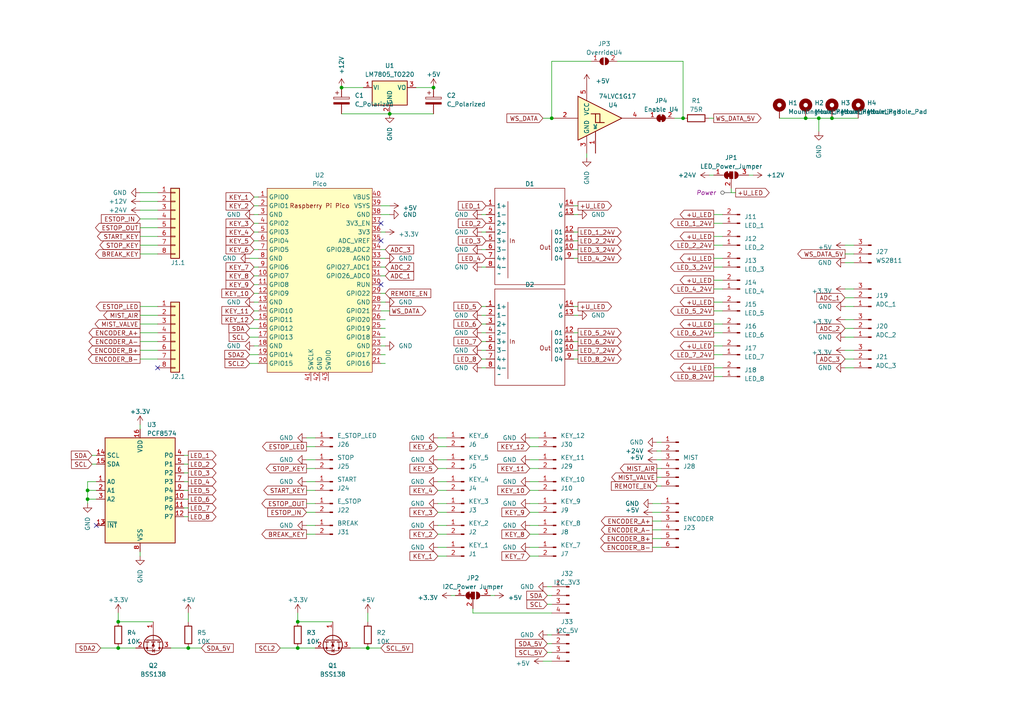
<source format=kicad_sch>
(kicad_sch (version 20230121) (generator eeschema)
  (paper "A4")
  (junction (at 34.29 180.34))
  (junction (at 241.3 34.29))
  (junction (at 160.02 34.29))
  (junction (at 106.68 187.96))
  (junction (at 113.03 33.02))
  (junction (at 233.68 34.29))
  (junction (at 86.36 180.34))
  (junction (at 34.29 187.96))
  (junction (at 99.06 25.4))
  (junction (at 25.4 142.24))
  (junction (at 86.36 187.96))
  (junction (at 125.73 25.4))
  (junction (at 237.49 34.29))
  (junction (at 198.12 34.29))
  (junction (at 25.4 144.78))
  (junction (at 54.61 187.96))
  (no_connect (at 110.49 64.77))
  (no_connect (at 27.94 152.4))
  (no_connect (at 110.49 69.85))
  (no_connect (at 45.72 106.68))
  (no_connect (at 110.49 82.55))
  (wire (pts (xy 212.09 55.88) (xy 212.09 54.61)))
  (wire (pts (xy 40.64 63.5) (xy 45.72 63.5)))
  (wire (pts (xy 245.11 92.71) (xy 247.65 92.71)))
  (wire (pts (xy 53.34 137.16) (xy 54.61 137.16)))
  (wire (pts (xy 26.67 134.62) (xy 27.94 134.62)))
  (wire (pts (xy 190.5 133.35) (xy 191.77 133.35)))
  (wire (pts (xy 137.16 176.53) (xy 137.16 177.8)))
  (wire (pts (xy 142.24 172.72) (xy 143.51 172.72)))
  (wire (pts (xy 158.75 184.15) (xy 160.02 184.15)))
  (wire (pts (xy 40.64 71.12) (xy 45.72 71.12)))
  (wire (pts (xy 158.75 170.18) (xy 160.02 170.18)))
  (wire (pts (xy 88.9 142.24) (xy 91.44 142.24)))
  (wire (pts (xy 153.67 139.7) (xy 156.21 139.7)))
  (wire (pts (xy 40.64 60.96) (xy 45.72 60.96)))
  (wire (pts (xy 158.75 175.26) (xy 160.02 175.26)))
  (wire (pts (xy 207.01 96.52) (xy 209.55 96.52)))
  (wire (pts (xy 40.64 73.66) (xy 45.72 73.66)))
  (wire (pts (xy 72.39 95.25) (xy 74.93 95.25)))
  (wire (pts (xy 139.7 91.44) (xy 140.97 91.44)))
  (wire (pts (xy 127 161.29) (xy 129.54 161.29)))
  (wire (pts (xy 189.23 158.75) (xy 191.77 158.75)))
  (wire (pts (xy 190.5 130.81) (xy 191.77 130.81)))
  (wire (pts (xy 88.9 146.05) (xy 91.44 146.05)))
  (wire (pts (xy 207.01 77.47) (xy 209.55 77.47)))
  (wire (pts (xy 166.37 104.14) (xy 167.64 104.14)))
  (wire (pts (xy 110.49 59.69) (xy 113.03 59.69)))
  (wire (pts (xy 110.49 92.71) (xy 111.76 92.71)))
  (wire (pts (xy 49.53 187.96) (xy 54.61 187.96)))
  (wire (pts (xy 245.11 83.82) (xy 247.65 83.82)))
  (wire (pts (xy 34.29 177.8) (xy 34.29 180.34)))
  (wire (pts (xy 110.49 77.47) (xy 111.76 77.47)))
  (wire (pts (xy 34.29 180.34) (xy 44.45 180.34)))
  (wire (pts (xy 139.7 99.06) (xy 140.97 99.06)))
  (wire (pts (xy 34.29 187.96) (xy 39.37 187.96)))
  (wire (pts (xy 73.66 69.85) (xy 74.93 69.85)))
  (wire (pts (xy 190.5 135.89) (xy 191.77 135.89)))
  (wire (pts (xy 110.49 67.31) (xy 111.76 67.31)))
  (wire (pts (xy 170.18 44.45) (xy 170.18 45.72)))
  (wire (pts (xy 88.9 139.7) (xy 91.44 139.7)))
  (wire (pts (xy 29.21 187.96) (xy 34.29 187.96)))
  (wire (pts (xy 207.01 74.93) (xy 209.55 74.93)))
  (wire (pts (xy 245.11 95.25) (xy 247.65 95.25)))
  (wire (pts (xy 72.39 74.93) (xy 74.93 74.93)))
  (wire (pts (xy 207.01 83.82) (xy 209.55 83.82)))
  (wire (pts (xy 113.03 33.02) (xy 125.73 33.02)))
  (wire (pts (xy 198.12 17.78) (xy 198.12 34.29)))
  (wire (pts (xy 127 142.24) (xy 129.54 142.24)))
  (wire (pts (xy 73.66 90.17) (xy 74.93 90.17)))
  (wire (pts (xy 207.01 87.63) (xy 209.55 87.63)))
  (wire (pts (xy 111.76 100.33) (xy 110.49 100.33)))
  (wire (pts (xy 127 158.75) (xy 129.54 158.75)))
  (wire (pts (xy 73.66 87.63) (xy 74.93 87.63)))
  (wire (pts (xy 189.23 153.67) (xy 191.77 153.67)))
  (wire (pts (xy 54.61 187.96) (xy 58.42 187.96)))
  (wire (pts (xy 99.06 25.4) (xy 105.41 25.4)))
  (wire (pts (xy 245.11 97.79) (xy 247.65 97.79)))
  (wire (pts (xy 73.66 59.69) (xy 74.93 59.69)))
  (wire (pts (xy 40.64 68.58) (xy 45.72 68.58)))
  (wire (pts (xy 166.37 59.69) (xy 167.64 59.69)))
  (wire (pts (xy 26.67 132.08) (xy 27.94 132.08)))
  (wire (pts (xy 139.7 88.9) (xy 140.97 88.9)))
  (wire (pts (xy 195.58 34.29) (xy 198.12 34.29)))
  (wire (pts (xy 110.49 62.23) (xy 113.03 62.23)))
  (wire (pts (xy 40.64 123.19) (xy 40.64 124.46)))
  (wire (pts (xy 153.67 161.29) (xy 156.21 161.29)))
  (wire (pts (xy 88.9 154.94) (xy 91.44 154.94)))
  (wire (pts (xy 99.06 33.02) (xy 113.03 33.02)))
  (wire (pts (xy 25.4 142.24) (xy 27.94 142.24)))
  (wire (pts (xy 157.48 191.77) (xy 160.02 191.77)))
  (wire (pts (xy 53.34 132.08) (xy 54.61 132.08)))
  (wire (pts (xy 241.3 34.29) (xy 248.92 34.29)))
  (wire (pts (xy 40.64 93.98) (xy 45.72 93.98)))
  (wire (pts (xy 73.66 77.47) (xy 74.93 77.47)))
  (wire (pts (xy 73.66 92.71) (xy 74.93 92.71)))
  (wire (pts (xy 40.64 96.52) (xy 45.72 96.52)))
  (wire (pts (xy 110.49 105.41) (xy 111.76 105.41)))
  (wire (pts (xy 207.01 102.87) (xy 209.55 102.87)))
  (wire (pts (xy 127 146.05) (xy 129.54 146.05)))
  (wire (pts (xy 207.01 81.28) (xy 209.55 81.28)))
  (wire (pts (xy 166.37 96.52) (xy 167.64 96.52)))
  (wire (pts (xy 139.7 67.31) (xy 140.97 67.31)))
  (wire (pts (xy 40.64 160.02) (xy 40.64 161.29)))
  (wire (pts (xy 166.37 99.06) (xy 167.64 99.06)))
  (wire (pts (xy 88.9 133.35) (xy 91.44 133.35)))
  (wire (pts (xy 110.49 102.87) (xy 111.76 102.87)))
  (wire (pts (xy 245.11 101.6) (xy 247.65 101.6)))
  (wire (pts (xy 25.4 144.78) (xy 25.4 146.05)))
  (wire (pts (xy 153.67 158.75) (xy 156.21 158.75)))
  (wire (pts (xy 158.75 186.69) (xy 160.02 186.69)))
  (wire (pts (xy 166.37 74.93) (xy 167.64 74.93)))
  (wire (pts (xy 189.23 146.05) (xy 191.77 146.05)))
  (wire (pts (xy 237.49 34.29) (xy 241.3 34.29)))
  (wire (pts (xy 40.64 104.14) (xy 45.72 104.14)))
  (wire (pts (xy 73.66 80.01) (xy 74.93 80.01)))
  (wire (pts (xy 72.39 105.41) (xy 74.93 105.41)))
  (wire (pts (xy 88.9 135.89) (xy 91.44 135.89)))
  (wire (pts (xy 207.01 71.12) (xy 209.55 71.12)))
  (wire (pts (xy 110.49 97.79) (xy 111.76 97.79)))
  (wire (pts (xy 27.94 144.78) (xy 25.4 144.78)))
  (wire (pts (xy 127 133.35) (xy 129.54 133.35)))
  (wire (pts (xy 245.11 104.14) (xy 247.65 104.14)))
  (wire (pts (xy 106.68 187.96) (xy 110.49 187.96)))
  (wire (pts (xy 110.49 85.09) (xy 111.76 85.09)))
  (wire (pts (xy 73.66 57.15) (xy 74.93 57.15)))
  (wire (pts (xy 86.36 177.8) (xy 86.36 180.34)))
  (wire (pts (xy 189.23 156.21) (xy 191.77 156.21)))
  (wire (pts (xy 245.11 106.68) (xy 247.65 106.68)))
  (wire (pts (xy 207.01 106.68) (xy 209.55 106.68)))
  (wire (pts (xy 127 152.4) (xy 129.54 152.4)))
  (wire (pts (xy 72.39 97.79) (xy 74.93 97.79)))
  (wire (pts (xy 127 129.54) (xy 129.54 129.54)))
  (wire (pts (xy 237.49 34.29) (xy 237.49 38.1)))
  (wire (pts (xy 111.76 87.63) (xy 110.49 87.63)))
  (wire (pts (xy 40.64 101.6) (xy 45.72 101.6)))
  (wire (pts (xy 40.64 91.44) (xy 45.72 91.44)))
  (wire (pts (xy 53.34 147.32) (xy 54.61 147.32)))
  (wire (pts (xy 166.37 69.85) (xy 167.64 69.85)))
  (wire (pts (xy 207.01 90.17) (xy 209.55 90.17)))
  (wire (pts (xy 153.67 146.05) (xy 156.21 146.05)))
  (wire (pts (xy 190.5 128.27) (xy 191.77 128.27)))
  (wire (pts (xy 166.37 72.39) (xy 167.64 72.39)))
  (wire (pts (xy 139.7 106.68) (xy 140.97 106.68)))
  (wire (pts (xy 53.34 149.86) (xy 54.61 149.86)))
  (wire (pts (xy 207.01 68.58) (xy 209.55 68.58)))
  (wire (pts (xy 245.11 88.9) (xy 247.65 88.9)))
  (wire (pts (xy 72.39 102.87) (xy 74.93 102.87)))
  (wire (pts (xy 120.65 25.4) (xy 125.73 25.4)))
  (wire (pts (xy 158.75 172.72) (xy 160.02 172.72)))
  (wire (pts (xy 212.09 55.88) (xy 213.36 55.88)))
  (wire (pts (xy 207.01 100.33) (xy 209.55 100.33)))
  (wire (pts (xy 137.16 177.8) (xy 160.02 177.8)))
  (wire (pts (xy 27.94 139.7) (xy 25.4 139.7)))
  (wire (pts (xy 53.34 144.78) (xy 54.61 144.78)))
  (wire (pts (xy 106.68 177.8) (xy 106.68 180.34)))
  (wire (pts (xy 73.66 62.23) (xy 74.93 62.23)))
  (wire (pts (xy 245.11 86.36) (xy 247.65 86.36)))
  (wire (pts (xy 179.07 17.78) (xy 198.12 17.78)))
  (wire (pts (xy 110.49 95.25) (xy 111.76 95.25)))
  (wire (pts (xy 53.34 134.62) (xy 54.61 134.62)))
  (wire (pts (xy 127 139.7) (xy 129.54 139.7)))
  (wire (pts (xy 166.37 91.44) (xy 167.64 91.44)))
  (wire (pts (xy 86.36 180.34) (xy 96.52 180.34)))
  (wire (pts (xy 166.37 88.9) (xy 167.64 88.9)))
  (wire (pts (xy 139.7 104.14) (xy 140.97 104.14)))
  (wire (pts (xy 110.49 80.01) (xy 111.76 80.01)))
  (wire (pts (xy 110.49 72.39) (xy 111.76 72.39)))
  (wire (pts (xy 139.7 72.39) (xy 140.97 72.39)))
  (wire (pts (xy 153.67 154.94) (xy 156.21 154.94)))
  (wire (pts (xy 153.67 142.24) (xy 156.21 142.24)))
  (wire (pts (xy 127 148.59) (xy 129.54 148.59)))
  (wire (pts (xy 40.64 55.88) (xy 45.72 55.88)))
  (wire (pts (xy 139.7 101.6) (xy 140.97 101.6)))
  (wire (pts (xy 153.67 135.89) (xy 156.21 135.89)))
  (wire (pts (xy 25.4 142.24) (xy 25.4 144.78)))
  (wire (pts (xy 40.64 99.06) (xy 45.72 99.06)))
  (wire (pts (xy 245.11 76.2) (xy 247.65 76.2)))
  (wire (pts (xy 101.6 187.96) (xy 106.68 187.96)))
  (wire (pts (xy 73.66 72.39) (xy 74.93 72.39)))
  (wire (pts (xy 245.11 71.12) (xy 247.65 71.12)))
  (wire (pts (xy 73.66 85.09) (xy 74.93 85.09)))
  (wire (pts (xy 86.36 187.96) (xy 91.44 187.96)))
  (wire (pts (xy 207.01 64.77) (xy 209.55 64.77)))
  (wire (pts (xy 158.75 189.23) (xy 160.02 189.23)))
  (wire (pts (xy 245.11 73.66) (xy 247.65 73.66)))
  (wire (pts (xy 190.5 140.97) (xy 191.77 140.97)))
  (wire (pts (xy 153.67 129.54) (xy 156.21 129.54)))
  (wire (pts (xy 153.67 127) (xy 156.21 127)))
  (wire (pts (xy 205.74 50.8) (xy 207.01 50.8)))
  (wire (pts (xy 110.49 90.17) (xy 113.03 90.17)))
  (wire (pts (xy 153.67 152.4) (xy 156.21 152.4)))
  (wire (pts (xy 207.01 109.22) (xy 209.55 109.22)))
  (wire (pts (xy 166.37 67.31) (xy 167.64 67.31)))
  (wire (pts (xy 153.67 133.35) (xy 156.21 133.35)))
  (wire (pts (xy 217.17 50.8) (xy 218.44 50.8)))
  (wire (pts (xy 139.7 93.98) (xy 140.97 93.98)))
  (wire (pts (xy 73.66 82.55) (xy 74.93 82.55)))
  (wire (pts (xy 73.66 100.33) (xy 74.93 100.33)))
  (wire (pts (xy 73.66 67.31) (xy 74.93 67.31)))
  (wire (pts (xy 40.64 58.42) (xy 45.72 58.42)))
  (wire (pts (xy 130.81 172.72) (xy 132.08 172.72)))
  (wire (pts (xy 54.61 177.8) (xy 54.61 180.34)))
  (wire (pts (xy 81.28 187.96) (xy 86.36 187.96)))
  (wire (pts (xy 127 127) (xy 129.54 127)))
  (wire (pts (xy 189.23 148.59) (xy 191.77 148.59)))
  (wire (pts (xy 25.4 139.7) (xy 25.4 142.24)))
  (wire (pts (xy 153.67 148.59) (xy 156.21 148.59)))
  (wire (pts (xy 111.76 74.93) (xy 110.49 74.93)))
  (wire (pts (xy 139.7 96.52) (xy 140.97 96.52)))
  (wire (pts (xy 166.37 101.6) (xy 167.64 101.6)))
  (wire (pts (xy 40.64 88.9) (xy 45.72 88.9)))
  (wire (pts (xy 190.5 138.43) (xy 191.77 138.43)))
  (wire (pts (xy 160.02 17.78) (xy 160.02 34.29)))
  (wire (pts (xy 88.9 148.59) (xy 91.44 148.59)))
  (wire (pts (xy 88.9 127) (xy 91.44 127)))
  (wire (pts (xy 53.34 139.7) (xy 54.61 139.7)))
  (wire (pts (xy 73.66 64.77) (xy 74.93 64.77)))
  (wire (pts (xy 157.48 34.29) (xy 160.02 34.29)))
  (wire (pts (xy 88.9 152.4) (xy 91.44 152.4)))
  (wire (pts (xy 139.7 62.23) (xy 140.97 62.23)))
  (wire (pts (xy 166.37 62.23) (xy 167.64 62.23)))
  (wire (pts (xy 205.74 34.29) (xy 207.01 34.29)))
  (wire (pts (xy 127 154.94) (xy 129.54 154.94)))
  (wire (pts (xy 189.23 151.13) (xy 191.77 151.13)))
  (wire (pts (xy 207.01 62.23) (xy 209.55 62.23)))
  (wire (pts (xy 207.01 93.98) (xy 209.55 93.98)))
  (wire (pts (xy 226.06 34.29) (xy 233.68 34.29)))
  (wire (pts (xy 233.68 34.29) (xy 237.49 34.29)))
  (wire (pts (xy 140.97 77.47) (xy 139.7 77.47)))
  (wire (pts (xy 40.64 66.04) (xy 45.72 66.04)))
  (wire (pts (xy 127 135.89) (xy 129.54 135.89)))
  (wire (pts (xy 171.45 17.78) (xy 160.02 17.78)))
  (wire (pts (xy 53.34 142.24) (xy 54.61 142.24)))
  (wire (pts (xy 88.9 129.54) (xy 91.44 129.54)))
  (global_label "LED_1_24V" (shape output) (at 207.01 64.77 180) (property "Intersheetrefs" "${INTERSHEET_REFS}" (effects hide)))
  (global_label "SCL" (shape input) (at 26.67 134.62 180) (property "Intersheetrefs" "${INTERSHEET_REFS}" (effects hide)))
  (global_label "+U_LED" (shape output) (at 207.01 100.33 180) (property "Intersheetrefs" "${INTERSHEET_REFS}" (effects hide)))
  (global_label "KEY_6" (shape input) (at 73.66 72.39 180) (property "Intersheetrefs" "${INTERSHEET_REFS}" (effects hide)))
  (global_label "LED_2_24V" (shape output) (at 207.01 71.12 180) (property "Intersheetrefs" "${INTERSHEET_REFS}" (effects hide)))
  (global_label "ENCODER_A+" (shape output) (at 40.64 96.52 180) (property "Intersheetrefs" "${INTERSHEET_REFS}" (effects hide)))
  (global_label "LED_2" (shape input) (at 140.97 64.77 180) (property "Intersheetrefs" "${INTERSHEET_REFS}" (effects hide)))
  (global_label "+U_LED" (shape output) (at 207.01 87.63 180) (property "Intersheetrefs" "${INTERSHEET_REFS}" (effects hide)))
  (global_label "LED_5_24V" (shape output) (at 207.01 90.17 180) (property "Intersheetrefs" "${INTERSHEET_REFS}" (effects hide)))
  (global_label "KEY_2" (shape input) (at 73.66 59.69 180) (property "Intersheetrefs" "${INTERSHEET_REFS}" (effects hide)))
  (global_label "KEY_1" (shape input) (at 73.66 57.15 180) (property "Intersheetrefs" "${INTERSHEET_REFS}" (effects hide)))
  (global_label "+U_LED" (shape output) (at 207.01 74.93 180) (property "Intersheetrefs" "${INTERSHEET_REFS}" (effects hide)))
  (global_label "LED_8" (shape input) (at 139.7 104.14 180) (property "Intersheetrefs" "${INTERSHEET_REFS}" (effects hide)))
  (global_label "WS_DATA" (shape input) (at 157.48 34.29 180) (property "Intersheetrefs" "${INTERSHEET_REFS}" (effects hide)))
  (global_label "LED_4_24V" (shape output) (at 167.64 74.93 0) (property "Intersheetrefs" "${INTERSHEET_REFS}" (effects hide)))
  (global_label "KEY_11" (shape input) (at 73.66 90.17 180) (property "Intersheetrefs" "${INTERSHEET_REFS}" (effects hide)))
  (global_label "ENCODER_A-" (shape output) (at 189.23 153.67 180) (property "Intersheetrefs" "${INTERSHEET_REFS}" (effects hide)))
  (global_label "KEY_12" (shape input) (at 153.67 129.54 180) (property "Intersheetrefs" "${INTERSHEET_REFS}" (effects hide)))
  (global_label "KEY_4" (shape input) (at 127 142.24 180) (property "Intersheetrefs" "${INTERSHEET_REFS}" (effects hide)))
  (global_label "ENCODER_B+" (shape output) (at 40.64 101.6 180) (property "Intersheetrefs" "${INTERSHEET_REFS}" (effects hide)))
  (global_label "SDA2" (shape input) (at 72.39 102.87 180) (property "Intersheetrefs" "${INTERSHEET_REFS}" (effects hide)))
  (global_label "MIST_VALVE" (shape output) (at 190.5 138.43 180) (property "Intersheetrefs" "${INTERSHEET_REFS}" (effects hide)))
  (global_label "LED_4" (shape output) (at 54.61 139.7 0) (property "Intersheetrefs" "${INTERSHEET_REFS}" (effects hide)))
  (global_label "LED_1_24V" (shape output) (at 167.64 67.31 0) (property "Intersheetrefs" "${INTERSHEET_REFS}" (effects hide)))
  (global_label "+U_LED" (shape output) (at 207.01 62.23 180) (property "Intersheetrefs" "${INTERSHEET_REFS}" (effects hide)))
  (global_label "KEY_12" (shape input) (at 73.66 92.71 180) (property "Intersheetrefs" "${INTERSHEET_REFS}" (effects hide)))
  (global_label "+U_LED" (shape output) (at 207.01 81.28 180) (property "Intersheetrefs" "${INTERSHEET_REFS}" (effects hide)))
  (global_label "KEY_10" (shape input) (at 153.67 142.24 180) (property "Intersheetrefs" "${INTERSHEET_REFS}" (effects hide)))
  (global_label "KEY_7" (shape input) (at 73.66 77.47 180) (property "Intersheetrefs" "${INTERSHEET_REFS}" (effects hide)))
  (global_label "SCL2" (shape input) (at 81.28 187.96 180) (property "Intersheetrefs" "${INTERSHEET_REFS}" (effects hide)))
  (global_label "ESTOP_IN" (shape input) (at 88.9 148.59 180) (property "Intersheetrefs" "${INTERSHEET_REFS}" (effects hide)))
  (global_label "ADC_2" (shape input) (at 111.76 77.47 0) (property "Intersheetrefs" "${INTERSHEET_REFS}" (effects hide)))
  (global_label "LED_7" (shape input) (at 139.7 99.06 180) (property "Intersheetrefs" "${INTERSHEET_REFS}" (effects hide)))
  (global_label "REMOTE_EN" (shape input) (at 190.5 140.97 180) (property "Intersheetrefs" "${INTERSHEET_REFS}" (effects hide)))
  (global_label "SCL_5V" (shape input) (at 158.75 189.23 180) (property "Intersheetrefs" "${INTERSHEET_REFS}" (effects hide)))
  (global_label "STOP_KEY" (shape output) (at 40.64 71.12 180) (property "Intersheetrefs" "${INTERSHEET_REFS}" (effects hide)))
  (global_label "ADC_2" (shape input) (at 245.11 95.25 180) (property "Intersheetrefs" "${INTERSHEET_REFS}" (effects hide)))
  (global_label "LED_8_24V" (shape output) (at 167.64 104.14 0) (property "Intersheetrefs" "${INTERSHEET_REFS}" (effects hide)))
  (global_label "LED_5" (shape input) (at 139.7 88.9 180) (property "Intersheetrefs" "${INTERSHEET_REFS}" (effects hide)))
  (global_label "LED_4_24V" (shape output) (at 207.01 83.82 180) (property "Intersheetrefs" "${INTERSHEET_REFS}" (effects hide)))
  (global_label "LED_7_24V" (shape output) (at 207.01 102.87 180) (property "Intersheetrefs" "${INTERSHEET_REFS}" (effects hide)))
  (global_label "KEY_3" (shape input) (at 127 148.59 180) (property "Intersheetrefs" "${INTERSHEET_REFS}" (effects hide)))
  (global_label "SCL" (shape input) (at 72.39 97.79 180) (property "Intersheetrefs" "${INTERSHEET_REFS}" (effects hide)))
  (global_label "START_KEY" (shape output) (at 88.9 142.24 180) (property "Intersheetrefs" "${INTERSHEET_REFS}" (effects hide)))
  (global_label "WS_DATA_5V" (shape output) (at 245.11 73.66 180) (property "Intersheetrefs" "${INTERSHEET_REFS}" (effects hide)))
  (global_label "LED_3" (shape output) (at 54.61 137.16 0) (property "Intersheetrefs" "${INTERSHEET_REFS}" (effects hide)))
  (global_label "MIST_AIR" (shape output) (at 190.5 135.89 180) (property "Intersheetrefs" "${INTERSHEET_REFS}" (effects hide)))
  (global_label "SDA" (shape input) (at 158.75 172.72 180) (property "Intersheetrefs" "${INTERSHEET_REFS}" (effects hide)))
  (global_label "KEY_3" (shape input) (at 73.66 64.77 180) (property "Intersheetrefs" "${INTERSHEET_REFS}" (effects hide)))
  (global_label "LED_8_24V" (shape output) (at 207.01 109.22 180) (property "Intersheetrefs" "${INTERSHEET_REFS}" (effects hide)))
  (global_label "KEY_1" (shape input) (at 127 161.29 180) (property "Intersheetrefs" "${INTERSHEET_REFS}" (effects hide)))
  (global_label "WS_DATA_5V" (shape output) (at 207.01 34.29 0) (property "Intersheetrefs" "${INTERSHEET_REFS}" (effects hide)))
  (global_label "SDA2" (shape input) (at 29.21 187.96 180) (property "Intersheetrefs" "${INTERSHEET_REFS}" (effects hide)))
  (global_label "LED_7" (shape output) (at 54.61 147.32 0) (property "Intersheetrefs" "${INTERSHEET_REFS}" (effects hide)))
  (global_label "ADC_1" (shape input) (at 111.76 80.01 0) (property "Intersheetrefs" "${INTERSHEET_REFS}" (effects hide)))
  (global_label "SCL" (shape input) (at 158.75 175.26 180) (property "Intersheetrefs" "${INTERSHEET_REFS}" (effects hide)))
  (global_label "SDA_5V" (shape input) (at 58.42 187.96 0) (property "Intersheetrefs" "${INTERSHEET_REFS}" (effects hide)))
  (global_label "ESTOP_LED" (shape output) (at 40.64 88.9 180) (property "Intersheetrefs" "${INTERSHEET_REFS}" (effects hide)))
  (global_label "LED_3" (shape input) (at 140.97 69.85 180) (property "Intersheetrefs" "${INTERSHEET_REFS}" (effects hide)))
  (global_label "STOP_KEY" (shape output) (at 88.9 135.89 180) (property "Intersheetrefs" "${INTERSHEET_REFS}" (effects hide)))
  (global_label "BREAK_KEY" (shape output) (at 40.64 73.66 180) (property "Intersheetrefs" "${INTERSHEET_REFS}" (effects hide)))
  (global_label "ENCODER_A+" (shape output) (at 189.23 151.13 180) (property "Intersheetrefs" "${INTERSHEET_REFS}" (effects hide)))
  (global_label "ADC_3" (shape input) (at 245.11 104.14 180) (property "Intersheetrefs" "${INTERSHEET_REFS}" (effects hide)))
  (global_label "LED_8" (shape output) (at 54.61 149.86 0) (property "Intersheetrefs" "${INTERSHEET_REFS}" (effects hide)))
  (global_label "SCL2" (shape input) (at 72.39 105.41 180) (property "Intersheetrefs" "${INTERSHEET_REFS}" (effects hide)))
  (global_label "ESTOP_OUT" (shape output) (at 88.9 146.05 180) (property "Intersheetrefs" "${INTERSHEET_REFS}" (effects hide)))
  (global_label "LED_6_24V" (shape output) (at 207.01 96.52 180) (property "Intersheetrefs" "${INTERSHEET_REFS}" (effects hide)))
  (global_label "LED_5" (shape output) (at 54.61 142.24 0) (property "Intersheetrefs" "${INTERSHEET_REFS}" (effects hide)))
  (global_label "LED_3_24V" (shape output) (at 207.01 77.47 180) (property "Intersheetrefs" "${INTERSHEET_REFS}" (effects hide)))
  (global_label "MIST_VALVE" (shape output) (at 40.64 93.98 180) (property "Intersheetrefs" "${INTERSHEET_REFS}" (effects hide)))
  (global_label "+U_LED" (shape output) (at 167.64 88.9 0) (property "Intersheetrefs" "${INTERSHEET_REFS}" (effects hide)))
  (global_label "MIST_AIR" (shape output) (at 40.64 91.44 180) (property "Intersheetrefs" "${INTERSHEET_REFS}" (effects hide)))
  (global_label "KEY_10" (shape input) (at 73.66 85.09 180) (property "Intersheetrefs" "${INTERSHEET_REFS}" (effects hide)))
  (global_label "WS_DATA" (shape output) (at 113.03 90.17 0) (property "Intersheetrefs" "${INTERSHEET_REFS}" (effects hide)))
  (global_label "KEY_9" (shape input) (at 73.66 82.55 180) (property "Intersheetrefs" "${INTERSHEET_REFS}" (effects hide)))
  (global_label "LED_1" (shape output) (at 54.61 132.08 0) (property "Intersheetrefs" "${INTERSHEET_REFS}" (effects hide)))
  (global_label "SCL_5V" (shape input) (at 110.49 187.96 0) (property "Intersheetrefs" "${INTERSHEET_REFS}" (effects hide)))
  (global_label "LED_2_24V" (shape output) (at 167.64 69.85 0) (property "Intersheetrefs" "${INTERSHEET_REFS}" (effects hide)))
  (global_label "ENCODER_B+" (shape output) (at 189.23 156.21 180) (property "Intersheetrefs" "${INTERSHEET_REFS}" (effects hide)))
  (global_label "LED_2" (shape output) (at 54.61 134.62 0) (property "Intersheetrefs" "${INTERSHEET_REFS}" (effects hide)))
  (global_label "LED_5_24V" (shape output) (at 167.64 96.52 0) (property "Intersheetrefs" "${INTERSHEET_REFS}" (effects hide)))
  (global_label "BREAK_KEY" (shape output) (at 88.9 154.94 180) (property "Intersheetrefs" "${INTERSHEET_REFS}" (effects hide)))
  (global_label "LED_6" (shape output) (at 54.61 144.78 0) (property "Intersheetrefs" "${INTERSHEET_REFS}" (effects hide)))
  (global_label "+U_LED" (shape output) (at 207.01 93.98 180) (property "Intersheetrefs" "${INTERSHEET_REFS}" (effects hide)))
  (global_label "LED_3_24V" (shape output) (at 167.64 72.39 0) (property "Intersheetrefs" "${INTERSHEET_REFS}" (effects hide)))
  (global_label "SDA_5V" (shape input) (at 158.75 186.69 180) (property "Intersheetrefs" "${INTERSHEET_REFS}" (effects hide)))
  (global_label "KEY_6" (shape input) (at 127 129.54 180) (property "Intersheetrefs" "${INTERSHEET_REFS}" (effects hide)))
  (global_label "ENCODER_B-" (shape output) (at 40.64 104.14 180) (property "Intersheetrefs" "${INTERSHEET_REFS}" (effects hide)))
  (global_label "LED_6" (shape input) (at 139.7 93.98 180) (property "Intersheetrefs" "${INTERSHEET_REFS}" (effects hide)))
  (global_label "+U_LED" (shape output) (at 207.01 68.58 180) (property "Intersheetrefs" "${INTERSHEET_REFS}" (effects hide)))
  (global_label "ENCODER_A-" (shape output) (at 40.64 99.06 180) (property "Intersheetrefs" "${INTERSHEET_REFS}" (effects hide)))
  (global_label "ADC_3" (shape input) (at 111.76 72.39 0) (property "Intersheetrefs" "${INTERSHEET_REFS}" (effects hide)))
  (global_label "+U_LED" (shape output) (at 207.01 106.68 180) (property "Intersheetrefs" "${INTERSHEET_REFS}" (effects hide)))
  (global_label "KEY_5" (shape input) (at 127 135.89 180) (property "Intersheetrefs" "${INTERSHEET_REFS}" (effects hide)))
  (global_label "KEY_11" (shape input) (at 153.67 135.89 180) (property "Intersheetrefs" "${INTERSHEET_REFS}" (effects hide)))
  (global_label "LED_1" (shape input) (at 140.97 59.69 180) (property "Intersheetrefs" "${INTERSHEET_REFS}" (effects hide)))
  (global_label "+U_LED" (shape output) (at 213.36 55.88 0) (property "Intersheetrefs" "${INTERSHEET_REFS}" (effects hide)))
  (global_label "ENCODER_B-" (shape output) (at 189.23 158.75 180) (property "Intersheetrefs" "${INTERSHEET_REFS}" (effects hide)))
  (global_label "LED_6_24V" (shape output) (at 167.64 99.06 0) (property "Intersheetrefs" "${INTERSHEET_REFS}" (effects hide)))
  (global_label "ADC_1" (shape input) (at 245.11 86.36 180) (property "Intersheetrefs" "${INTERSHEET_REFS}" (effects hide)))
  (global_label "LED_7_24V" (shape output) (at 167.64 101.6 0) (property "Intersheetrefs" "${INTERSHEET_REFS}" (effects hide)))
  (global_label "REMOTE_EN" (shape input) (at 111.76 85.09 0) (property "Intersheetrefs" "${INTERSHEET_REFS}" (effects hide)))
  (global_label "KEY_8" (shape input) (at 73.66 80.01 180) (property "Intersheetrefs" "${INTERSHEET_REFS}" (effects hide)))
  (global_label "KEY_4" (shape input) (at 73.66 67.31 180) (property "Intersheetrefs" "${INTERSHEET_REFS}" (effects hide)))
  (global_label "KEY_7" (shape input) (at 153.67 161.29 180) (property "Intersheetrefs" "${INTERSHEET_REFS}" (effects hide)))
  (global_label "ESTOP_LED" (shape output) (at 88.9 129.54 180) (property "Intersheetrefs" "${INTERSHEET_REFS}" (effects hide)))
  (global_label "KEY_8" (shape input) (at 153.67 154.94 180) (property "Intersheetrefs" "${INTERSHEET_REFS}" (effects hide)))
  (global_label "ESTOP_OUT" (shape output) (at 40.64 66.04 180) (property "Intersheetrefs" "${INTERSHEET_REFS}" (effects hide)))
  (global_label "ESTOP_IN" (shape input) (at 40.64 63.5 180) (property "Intersheetrefs" "${INTERSHEET_REFS}" (effects hide)))
  (global_label "KEY_5" (shape input) (at 73.66 69.85 180) (property "Intersheetrefs" "${INTERSHEET_REFS}" (effects hide)))
  (global_label "LED_4" (shape input) (at 140.97 74.93 180) (property "Intersheetrefs" "${INTERSHEET_REFS}" (effects hide)))
  (global_label "+U_LED" (shape output) (at 167.64 59.69 0) (property "Intersheetrefs" "${INTERSHEET_REFS}" (effects hide)))
  (global_label "KEY_2" (shape input) (at 127 154.94 180) (property "Intersheetrefs" "${INTERSHEET_REFS}" (effects hide)))
  (global_label "SDA" (shape input) (at 72.39 95.25 180) (property "Intersheetrefs" "${INTERSHEET_REFS}" (effects hide)))
  (global_label "START_KEY" (shape output) (at 40.64 68.58 180) (property "Intersheetrefs" "${INTERSHEET_REFS}" (effects hide)))
  (global_label "SDA" (shape input) (at 26.67 132.08 180) (property "Intersheetrefs" "${INTERSHEET_REFS}" (effects hide)))
  (global_label "KEY_9" (shape input) (at 153.67 148.59 180) (property "Intersheetrefs" "${INTERSHEET_REFS}" (effects hide)))
  (netclass_flag "" (length 2.54) (shape round) (at 212.09 55.88 90) (property "Netclass" "Power" (at 201.93 55.88 0) (effects (font italic) (justify left))))
  (symbol (lib_id "Device:R") (at 201.93 34.29 90) (unit 1)
    (property "Reference" "R1" (at 201.93 29.21 90))
    (property "Value" "75R" (at 201.93 31.75 90))
    (property "Footprint" "Resistor_SMD:R_0805_2012Metric_Pad1.20x1.40mm_HandSolder" (effects hide))
  )
  (symbol (lib_id "power:GND") (at 139.7 67.31 270) (unit 1)
    (property "Reference" "#PWR057" (effects hide))
    (property "Value" "GND" (at 135.89 67.31 90) (effects (justify right)))
  )
  (symbol (lib_id "power:+5V") (at 125.73 25.4 0) (unit 1)
    (property "Reference" "#PWR024" (effects hide))
    (property "Value" "+5V" (at 125.73 21.59 0))
  )
  (symbol (lib_id "power:GND") (at 88.9 152.4 270) (mirror x) (unit 1)
    (property "Reference" "#PWR047" (effects hide))
    (property "Value" "GND" (at 85.09 152.4 90) (effects (justify right)))
  )
  (symbol (lib_id "power:GND") (at 153.67 127 270) (mirror x) (unit 1)
    (property "Reference" "#PWR041" (effects hide))
    (property "Value" "GND" (at 149.86 127 90) (effects (justify right)))
  )
  (symbol (lib_id "power:GND") (at 153.67 158.75 270) (mirror x) (unit 1)
    (property "Reference" "#PWR011" (effects hide))
    (property "Value" "GND" (at 149.86 158.75 90) (effects (justify right)))
  )
  (symbol (lib_id "Connector:Conn_01x02_Pin") (at 134.62 146.05 0) (mirror y) (unit 1)
    (property "Reference" "J3" (at 135.89 147.955 0) (effects (justify right)))
    (property "Value" "KEY_3" (at 135.89 145.415 0) (effects (justify right)))
    (property "Footprint" "Connector_JST:JST_XH_B2B-XH-A_1x02_P2.50mm_Vertical" (effects hide))
  )
  (symbol (lib_id "power:+5V") (at 54.61 177.8 0) (unit 1)
    (property "Reference" "#PWR077" (effects hide))
    (property "Value" "+5V" (at 54.61 173.99 0))
  )
  (symbol (lib_id "power:GND") (at 127 133.35 270) (mirror x) (unit 1)
    (property "Reference" "#PWR09" (effects hide))
    (property "Value" "GND" (at 123.19 133.35 90) (effects (justify right)))
  )
  (symbol (lib_id "Connector_Generic:Conn_01x08") (at 50.8 63.5 0) (unit 1)
    (property "Reference" "J1.1" (at 49.53 76.2 0) (effects (justify left)))
    (property "Value" "Conn_01x08" (effects hide))
    (property "Footprint" "TerminalBlock_WAGO:TerminalBlock_WAGO_236-408_1x08_P5.00mm_45Degree" (effects hide))
  )
  (symbol (lib_id "power:GND") (at 190.5 128.27 270) (mirror x) (unit 1)
    (property "Reference" "#PWR046" (effects hide))
    (property "Value" "GND" (at 186.69 128.27 90) (effects (justify right)))
  )
  (symbol (lib_id "Connector:Conn_01x02_Pin") (at 214.63 90.17 180) (unit 1)
    (property "Reference" "J15" (at 215.9 88.265 0) (effects (justify right)))
    (property "Value" "LED_5" (at 215.9 90.805 0) (effects (justify right)))
    (property "Footprint" "Connector_JST:JST_XH_B2B-XH-A_1x02_P2.50mm_Vertical" (effects hide))
  )
  (symbol (lib_id "power:GND") (at 111.76 100.33 90) (unit 1)
    (property "Reference" "#PWR033" (effects hide))
    (property "Value" "GND" (at 115.57 100.33 90) (effects (justify right)))
  )
  (symbol (lib_id "Connector:Conn_01x02_Pin") (at 161.29 146.05 0) (mirror y) (unit 1)
    (property "Reference" "J9" (at 162.56 147.955 0) (effects (justify right)))
    (property "Value" "KEY_9" (at 162.56 145.415 0) (effects (justify right)))
    (property "Footprint" "Connector_JST:JST_XH_B2B-XH-A_1x02_P2.50mm_Vertical" (effects hide))
  )
  (symbol (lib_id "power:GND") (at 73.66 62.23 270) (unit 1)
    (property "Reference" "#PWR035" (effects hide))
    (property "Value" "GND" (at 69.85 62.23 90) (effects (justify right)))
  )
  (symbol (lib_id "Connector:Conn_01x02_Pin") (at 96.52 152.4 0) (mirror y) (unit 1)
    (property "Reference" "J31" (at 97.79 154.305 0) (effects (justify right)))
    (property "Value" "BREAK" (at 97.79 151.765 0) (effects (justify right)))
    (property "Footprint" "Connector_JST:JST_XH_B2B-XH-A_1x02_P2.50mm_Vertical" (effects hide))
  )
  (symbol (lib_id "power:GND") (at 139.7 77.47 270) (unit 1)
    (property "Reference" "#PWR055" (effects hide))
    (property "Value" "GND" (at 135.89 77.47 90) (effects (justify right)))
  )
  (symbol (lib_id "Regulator_Linear:LM7805_TO220") (at 113.03 25.4 0) (unit 1)
    (property "Reference" "U1" (at 113.03 19.05 0))
    (property "Value" "LM7805_TO220" (at 113.03 21.59 0))
    (property "Footprint" "Package_TO_SOT_THT:TO-220-3_Vertical" (effects hide))
    (property "Datasheet" "https://www.onsemi.cn/PowerSolutions/document/MC7800-D.PDF" (effects hide))
  )
  (symbol (lib_id "Jumper:SolderJumper_3_Bridged12") (at 137.16 172.72 0) (unit 1)
    (property "Reference" "JP2" (at 137.16 167.64 0))
    (property "Value" "I2C_Power Jumper" (at 137.16 170.18 0))
    (property "Footprint" "Jumper:SolderJumper-3_P1.3mm_Bridged12_Pad1.0x1.5mm_NumberLabels" (effects hide))
  )
  (symbol (lib_id "Connector:Conn_01x03_Pin") (at 252.73 73.66 180) (unit 1)
    (property "Reference" "J27" (at 254 73.025 0) (effects (justify right)))
    (property "Value" "WS2811" (at 254 75.565 0) (effects (justify right)))
    (property "Footprint" "Connector_JST:JST_XH_B3B-XH-A_1x03_P2.50mm_Vertical" (effects hide))
  )
  (symbol (lib_id "Interface_Expansion:PCF8574") (at 40.64 142.24 0) (unit 1)
    (property "Reference" "U3" (at 42.5959 123.19 0) (effects (justify left)))
    (property "Value" "PCF8574" (at 42.5959 125.73 0) (effects (justify left)))
    (property "Footprint" "Package_SO:SO-16_5.3x10.2mm_P1.27mm" (effects hide))
    (property "Datasheet" "http://www.nxp.com/documents/data_sheet/PCF8574_PCF8574A.pdf" (effects hide))
  )
  (symbol (lib_id "Pico Pi:Pico") (at 92.71 81.28 0) (unit 1)
    (property "Reference" "U2" (at 92.71 50.8 0))
    (property "Value" "Pico" (at 92.71 53.34 0))
    (property "Footprint" "Pico Pi:RPi_Pico_SMD_TH" (effects hide))
  )
  (symbol (lib_id "power:+5V") (at 106.68 177.8 0) (unit 1)
    (property "Reference" "#PWR075" (effects hide))
    (property "Value" "+5V" (at 106.68 173.99 0))
  )
  (symbol (lib_id "power:+12V") (at 99.06 25.4 0) (unit 1)
    (property "Reference" "#PWR025" (effects hide))
    (property "Value" "+12V" (at 99.06 21.59 90) (effects (justify left)))
  )
  (symbol (lib_id "power:GND") (at 113.03 62.23 90) (unit 1)
    (property "Reference" "#PWR064" (effects hide))
    (property "Value" "GND" (at 116.84 62.23 90) (effects (justify right)))
  )
  (symbol (lib_id "power:GND") (at 73.66 87.63 270) (unit 1)
    (property "Reference" "#PWR037" (effects hide))
    (property "Value" "GND" (at 69.85 87.63 90) (effects (justify right)))
  )
  (symbol (lib_id "power:GND") (at 25.4 146.05 0) (mirror y) (unit 1)
    (property "Reference" "#PWR069" (effects hide))
    (property "Value" "GND" (at 25.4 149.86 90) (effects (justify right)))
  )
  (symbol (lib_id "power:GND") (at 127 146.05 270) (mirror x) (unit 1)
    (property "Reference" "#PWR07" (effects hide))
    (property "Value" "GND" (at 123.19 146.05 90) (effects (justify right)))
  )
  (symbol (lib_id "Mechanical:MountingHole_Pad") (at 248.92 31.75 0) (unit 1)
    (property "Reference" "H4" (at 251.46 29.845 0) (effects (justify left)))
    (property "Value" "MountingHole_Pad" (at 251.46 32.385 0) (effects (justify left)))
    (property "Footprint" "MountingHole:MountingHole_4.3mm_M4_Pad" (effects hide))
  )
  (symbol (lib_id "power:GND") (at 127 139.7 270) (mirror x) (unit 1)
    (property "Reference" "#PWR08" (effects hide))
    (property "Value" "GND" (at 123.19 139.7 90) (effects (justify right)))
  )
  (symbol (lib_id "power:GND") (at 245.11 97.79 270) (unit 1)
    (property "Reference" "#PWR018" (effects hide))
    (property "Value" "GND" (at 241.3 97.79 90) (effects (justify right)))
  )
  (symbol (lib_id "Connector:Conn_01x02_Pin") (at 214.63 77.47 180) (unit 1)
    (property "Reference" "J13" (at 215.9 75.565 0) (effects (justify right)))
    (property "Value" "LED_3" (at 215.9 78.105 0) (effects (justify right)))
    (property "Footprint" "Connector_JST:JST_XH_B2B-XH-A_1x02_P2.50mm_Vertical" (effects hide))
  )
  (symbol (lib_id "power:GND") (at 111.76 87.63 90) (unit 1)
    (property "Reference" "#PWR032" (effects hide))
    (property "Value" "GND" (at 115.57 87.63 90) (effects (justify right)))
  )
  (symbol (lib_id "Jumper:SolderJumper_3_Bridged12") (at 212.09 50.8 0) (unit 1)
    (property "Reference" "JP1" (at 212.09 45.72 0))
    (property "Value" "LED_Power_Jumper" (at 212.09 48.26 0))
    (property "Footprint" "Jumper:SolderJumper-3_P1.3mm_Bridged12_Pad1.0x1.5mm_NumberLabels" (effects hide))
  )
  (symbol (lib_id "power:+12V") (at 218.44 50.8 270) (unit 1)
    (property "Reference" "#PWR016" (effects hide))
    (property "Value" "+12V" (at 222.25 50.8 90) (effects (justify left)))
  )
  (symbol (lib_id "Connector:Conn_01x02_Pin") (at 134.62 158.75 0) (mirror y) (unit 1)
    (property "Reference" "J1" (at 135.89 160.655 0) (effects (justify right)))
    (property "Value" "KEY_1" (at 135.89 158.115 0) (effects (justify right)))
    (property "Footprint" "Connector_JST:JST_XH_B2B-XH-A_1x02_P2.50mm_Vertical" (effects hide))
  )
  (symbol (lib_id "power:GND") (at 167.64 62.23 90) (unit 1)
    (property "Reference" "#PWR060" (effects hide))
    (property "Value" "GND" (at 171.45 62.23 90) (effects (justify right)))
  )
  (symbol (lib_id "Own Lib:OP71A04") (at 140.97 106.68 0) (unit 1)
    (property "Reference" "D2" (at 153.67 82.55 0))
    (property "Value" "~" (at 144.78 108.585 0))
    (property "Footprint" "Library:OP714A04" (effects hide))
  )
  (symbol (lib_id "power:GND") (at 158.75 170.18 270) (mirror x) (unit 1)
    (property "Reference" "#PWR072" (effects hide))
    (property "Value" "GND" (at 154.94 170.18 90) (effects (justify right)))
  )
  (symbol (lib_id "Connector:Conn_01x02_Pin") (at 96.52 146.05 0) (mirror y) (unit 1)
    (property "Reference" "J22" (at 97.79 147.955 0) (effects (justify right)))
    (property "Value" "E_STOP" (at 97.79 145.415 0) (effects (justify right)))
    (property "Footprint" "Connector_JST:JST_XH_B2B-XH-A_1x02_P2.50mm_Vertical" (effects hide))
  )
  (symbol (lib_id "power:GND") (at 73.66 100.33 270) (unit 1)
    (property "Reference" "#PWR038" (effects hide))
    (property "Value" "GND" (at 69.85 100.33 90) (effects (justify right)))
  )
  (symbol (lib_id "Connector:Conn_01x06_Pin") (at 196.85 151.13 0) (mirror y) (unit 1)
    (property "Reference" "J23" (at 198.12 153.035 0) (effects (justify right)))
    (property "Value" "ENCODER" (at 198.12 150.495 0) (effects (justify right)))
    (property "Footprint" "Connector_JST:JST_XH_B6B-XH-A_1x06_P2.50mm_Vertical" (effects hide))
  )
  (symbol (lib_id "power:GND") (at 245.11 106.68 270) (unit 1)
    (property "Reference" "#PWR019" (effects hide))
    (property "Value" "GND" (at 241.3 106.68 90) (effects (justify right)))
  )
  (symbol (lib_id "power:+24V") (at 40.64 60.96 90) (unit 1)
    (property "Reference" "#PWR03" (effects hide))
    (property "Value" "+24V" (at 36.83 60.96 90) (effects (justify left)))
  )
  (symbol (lib_id "power:+3.3V") (at 34.29 177.8 0) (unit 1)
    (property "Reference" "#PWR076" (effects hide))
    (property "Value" "+3.3V" (at 34.29 173.99 0))
  )
  (symbol (lib_id "Connector:Conn_01x02_Pin") (at 214.63 96.52 180) (unit 1)
    (property "Reference" "J16" (at 215.9 94.615 0) (effects (justify right)))
    (property "Value" "LED_6" (at 215.9 97.155 0) (effects (justify right)))
    (property "Footprint" "Connector_JST:JST_XH_B2B-XH-A_1x02_P2.50mm_Vertical" (effects hide))
  )
  (symbol (lib_id "Connector:Conn_01x02_Pin") (at 214.63 71.12 180) (unit 1)
    (property "Reference" "J12" (at 215.9 69.215 0) (effects (justify right)))
    (property "Value" "LED_2" (at 215.9 71.755 0) (effects (justify right)))
    (property "Footprint" "Connector_JST:JST_XH_B2B-XH-A_1x02_P2.50mm_Vertical" (effects hide))
  )
  (symbol (lib_id "Device:R") (at 86.36 184.15 180) (unit 1)
    (property "Reference" "R3" (at 88.9 183.515 0) (effects (justify right)))
    (property "Value" "10K" (at 88.9 186.055 0) (effects (justify right)))
    (property "Footprint" "Resistor_SMD:R_0805_2012Metric_Pad1.20x1.40mm_HandSolder" (effects hide))
  )
  (symbol (lib_id "power:GND") (at 88.9 133.35 270) (mirror x) (unit 1)
    (property "Reference" "#PWR044" (effects hide))
    (property "Value" "GND" (at 85.09 133.35 90) (effects (justify right)))
  )
  (symbol (lib_id "Connector:Conn_01x02_Pin") (at 214.63 102.87 180) (unit 1)
    (property "Reference" "J17" (at 215.9 100.965 0) (effects (justify right)))
    (property "Value" "LED_7" (at 215.9 103.505 0) (effects (justify right)))
    (property "Footprint" "Connector_JST:JST_XH_B2B-XH-A_1x02_P2.50mm_Vertical" (effects hide))
  )
  (symbol (lib_id "power:GND") (at 127 158.75 270) (mirror x) (unit 1)
    (property "Reference" "#PWR05" (effects hide))
    (property "Value" "GND" (at 123.19 158.75 90) (effects (justify right)))
  )
  (symbol (lib_id "Own Lib:OP71A04") (at 140.97 77.47 0) (unit 1)
    (property "Reference" "D1" (at 153.67 53.34 0))
    (property "Value" "~" (at 144.78 79.375 0))
    (property "Footprint" "Library:OP714A04" (effects hide))
  )
  (symbol (lib_id "Connector:Conn_01x03_Pin") (at 252.73 95.25 180) (unit 1)
    (property "Reference" "J20" (at 254 94.615 0) (effects (justify right)))
    (property "Value" "ADC_2" (at 254 97.155 0) (effects (justify right)))
    (property "Footprint" "Connector_JST:JST_XH_B3B-XH-A_1x03_P2.50mm_Vertical" (effects hide))
  )
  (symbol (lib_id "power:GND") (at 40.64 55.88 270) (unit 1)
    (property "Reference" "#PWR02" (effects hide))
    (property "Value" "GND" (at 36.83 55.88 90) (effects (justify right)))
  )
  (symbol (lib_id "Device:R") (at 54.61 184.15 180) (unit 1)
    (property "Reference" "R5" (at 57.15 183.515 0) (effects (justify right)))
    (property "Value" "10K" (at 57.15 186.055 0) (effects (justify right)))
    (property "Footprint" "Resistor_SMD:R_0805_2012Metric_Pad1.20x1.40mm_HandSolder" (effects hide))
  )
  (symbol (lib_id "Mechanical:MountingHole_Pad") (at 226.06 31.75 0) (unit 1)
    (property "Reference" "H1" (at 228.6 29.845 0) (effects (justify left)))
    (property "Value" "MountingHole_Pad" (at 228.6 32.385 0) (effects (justify left)))
    (property "Footprint" "MountingHole:MountingHole_4.3mm_M4_Pad" (effects hide))
  )
  (symbol (lib_id "Connector:Conn_01x04_Pin") (at 165.1 186.69 0) (mirror y) (unit 1)
    (property "Reference" "J33" (at 164.465 180.34 0))
    (property "Value" "I2C_5V" (at 164.465 182.88 0))
    (property "Footprint" "Connector_JST:JST_XH_B4B-XH-A_1x04_P2.50mm_Vertical" (effects hide))
  )
  (symbol (lib_id "power:GND") (at 111.76 74.93 90) (unit 1)
    (property "Reference" "#PWR034" (effects hide))
    (property "Value" "GND" (at 115.57 74.93 90) (effects (justify right)))
  )
  (symbol (lib_id "Connector:Conn_01x03_Pin") (at 252.73 104.14 180) (unit 1)
    (property "Reference" "J21" (at 254 103.505 0) (effects (justify right)))
    (property "Value" "ADC_3" (at 254 106.045 0) (effects (justify right)))
    (property "Footprint" "Connector_JST:JST_XH_B3B-XH-A_1x03_P2.50mm_Vertical" (effects hide))
  )
  (symbol (lib_id "Connector:Conn_01x02_Pin") (at 161.29 139.7 0) (mirror y) (unit 1)
    (property "Reference" "J10" (at 162.56 141.605 0) (effects (justify right)))
    (property "Value" "KEY_10" (at 162.56 139.065 0) (effects (justify right)))
    (property "Footprint" "Connector_JST:JST_XH_B2B-XH-A_1x02_P2.50mm_Vertical" (effects hide))
  )
  (symbol (lib_id "power:GND") (at 139.7 101.6 270) (unit 1)
    (property "Reference" "#PWR052" (effects hide))
    (property "Value" "GND" (at 135.89 101.6 90) (effects (justify right)))
  )
  (symbol (lib_id "Connector:Conn_01x04_Pin") (at 165.1 172.72 0) (mirror y) (unit 1)
    (property "Reference" "J32" (at 164.465 166.37 0))
    (property "Value" "I2C_3V3" (at 164.465 168.91 0))
    (property "Footprint" "Connector_JST:JST_XH_B4B-XH-A_1x04_P2.50mm_Vertical" (effects hide))
  )
  (symbol (lib_id "Connector:Conn_01x02_Pin") (at 214.63 64.77 180) (unit 1)
    (property "Reference" "J11" (at 215.9 62.865 0) (effects (justify right)))
    (property "Value" "LED_1" (at 215.9 65.405 0) (effects (justify right)))
    (property "Footprint" "Connector_JST:JST_XH_B2B-XH-A_1x02_P2.50mm_Vertical" (effects hide))
  )
  (symbol (lib_id "power:+3.3V") (at 245.11 83.82 90) (unit 1)
    (property "Reference" "#PWR029" (effects hide))
    (property "Value" "+3.3V" (at 241.3 84.455 90) (effects (justify left)))
  )
  (symbol (lib_id "Connector:Conn_01x02_Pin") (at 134.62 139.7 0) (mirror y) (unit 1)
    (property "Reference" "J4" (at 135.89 141.605 0) (effects (justify right)))
    (property "Value" "KEY_4" (at 135.89 139.065 0) (effects (justify right)))
    (property "Footprint" "Connector_JST:JST_XH_B2B-XH-A_1x02_P2.50mm_Vertical" (effects hide))
  )
  (symbol (lib_id "Device:R") (at 106.68 184.15 180) (unit 1)
    (property "Reference" "R2" (at 109.22 183.515 0) (effects (justify right)))
    (property "Value" "10K" (at 109.22 186.055 0) (effects (justify right)))
    (property "Footprint" "Resistor_SMD:R_0805_2012Metric_Pad1.20x1.40mm_HandSolder" (effects hide))
  )
  (symbol (lib_id "Connector:Conn_01x02_Pin") (at 161.29 127 0) (mirror y) (unit 1)
    (property "Reference" "J30" (at 162.56 128.905 0) (effects (justify right)))
    (property "Value" "KEY_12" (at 162.56 126.365 0) (effects (justify right)))
    (property "Footprint" "Connector_JST:JST_XH_B2B-XH-A_1x02_P2.50mm_Vertical" (effects hide))
  )
  (symbol (lib_id "Connector:Conn_01x02_Pin") (at 134.62 133.35 0) (mirror y) (unit 1)
    (property "Reference" "J5" (at 135.89 135.255 0) (effects (justify right)))
    (property "Value" "KEY_5" (at 135.89 132.715 0) (effects (justify right)))
    (property "Footprint" "Connector_JST:JST_XH_B2B-XH-A_1x02_P2.50mm_Vertical" (effects hide))
  )
  (symbol (lib_id "power:GND") (at 153.67 152.4 270) (mirror x) (unit 1)
    (property "Reference" "#PWR012" (effects hide))
    (property "Value" "GND" (at 149.86 152.4 90) (effects (justify right)))
  )
  (symbol (lib_id "power:GND") (at 113.03 33.02 0) (unit 1)
    (property "Reference" "#PWR023" (effects hide))
    (property "Value" "GND" (at 113.03 36.83 90) (effects (justify right)))
  )
  (symbol (lib_id "power:GND") (at 167.64 91.44 90) (unit 1)
    (property "Reference" "#PWR059" (effects hide))
    (property "Value" "GND" (at 171.45 91.44 90) (effects (justify right)))
  )
  (symbol (lib_id "power:GND") (at 245.11 76.2 270) (unit 1)
    (property "Reference" "#PWR066" (effects hide))
    (property "Value" "GND" (at 241.3 76.2 90) (effects (justify right)))
  )
  (symbol (lib_id "power:+24V") (at 190.5 130.81 90) (mirror x) (unit 1)
    (property "Reference" "#PWR050" (effects hide))
    (property "Value" "+24V" (at 186.69 130.81 90) (effects (justify left)))
  )
  (symbol (lib_id "power:+5V") (at 157.48 191.77 90) (unit 1)
    (property "Reference" "#PWR080" (effects hide))
    (property "Value" "+5V" (at 153.67 192.405 90) (effects (justify left)))
  )
  (symbol (lib_id "power:+12V") (at 40.64 58.42 90) (unit 1)
    (property "Reference" "#PWR01" (effects hide))
    (property "Value" "+12V" (at 36.83 58.42 90) (effects (justify left)))
  )
  (symbol (lib_id "power:+3.3V") (at 245.11 92.71 90) (unit 1)
    (property "Reference" "#PWR031" (effects hide))
    (property "Value" "+3.3V" (at 241.3 93.345 90) (effects (justify left)))
  )
  (symbol (lib_id "Device:R") (at 34.29 184.15 180) (unit 1)
    (property "Reference" "R4" (at 36.83 183.515 0) (effects (justify right)))
    (property "Value" "10K" (at 36.83 186.055 0) (effects (justify right)))
    (property "Footprint" "Resistor_SMD:R_0805_2012Metric_Pad1.20x1.40mm_HandSolder" (effects hide))
  )
  (symbol (lib_id "power:GND") (at 88.9 127 270) (mirror x) (unit 1)
    (property "Reference" "#PWR045" (effects hide))
    (property "Value" "GND" (at 85.09 127 90) (effects (justify right)))
  )
  (symbol (lib_id "power:GND") (at 153.67 133.35 270) (mirror x) (unit 1)
    (property "Reference" "#PWR040" (effects hide))
    (property "Value" "GND" (at 149.86 133.35 90) (effects (justify right)))
  )
  (symbol (lib_id "Connector:Conn_01x02_Pin") (at 161.29 133.35 0) (mirror y) (unit 1)
    (property "Reference" "J29" (at 162.56 135.255 0) (effects (justify right)))
    (property "Value" "KEY_11" (at 162.56 132.715 0) (effects (justify right)))
    (property "Footprint" "Connector_JST:JST_XH_B2B-XH-A_1x02_P2.50mm_Vertical" (effects hide))
  )
  (symbol (lib_id "Connector:Conn_01x02_Pin") (at 134.62 127 0) (mirror y) (unit 1)
    (property "Reference" "J6" (at 135.89 128.905 0) (effects (justify right)))
    (property "Value" "KEY_6" (at 135.89 126.365 0) (effects (justify right)))
    (property "Footprint" "Connector_JST:JST_XH_B2B-XH-A_1x02_P2.50mm_Vertical" (effects hide))
  )
  (symbol (lib_id "power:+5V") (at 245.11 71.12 90) (unit 1)
    (property "Reference" "#PWR063" (effects hide))
    (property "Value" "+5V" (at 241.3 71.755 90) (effects (justify left)))
  )
  (symbol (lib_id "Connector_Generic:Conn_01x08") (at 50.8 96.52 0) (unit 1)
    (property "Reference" "J2.1" (at 49.53 109.22 0) (effects (justify left)))
    (property "Value" "Conn_01x08" (effects hide))
    (property "Footprint" "TerminalBlock_WAGO:TerminalBlock_WAGO_236-408_1x08_P5.00mm_45Degree" (effects hide))
  )
  (symbol (lib_id "power:GND") (at 158.75 184.15 270) (mirror x) (unit 1)
    (property "Reference" "#PWR078" (effects hide))
    (property "Value" "GND" (at 154.94 184.15 90) (effects (justify right)))
  )
  (symbol (lib_id "power:+3.3V") (at 130.81 172.72 90) (unit 1)
    (property "Reference" "#PWR073" (effects hide))
    (property "Value" "+3.3V" (at 127 173.355 90) (effects (justify left)))
  )
  (symbol (lib_id "power:GND") (at 127 127 270) (mirror x) (unit 1)
    (property "Reference" "#PWR010" (effects hide))
    (property "Value" "GND" (at 123.19 127 90) (effects (justify right)))
  )
  (symbol (lib_id "power:GND") (at 237.49 38.1 0) (unit 1)
    (property "Reference" "#PWR065" (effects hide))
    (property "Value" "GND" (at 237.49 41.91 90) (effects (justify right)))
  )
  (symbol (lib_id "power:+24V") (at 205.74 50.8 90) (unit 1)
    (property "Reference" "#PWR015" (effects hide))
    (property "Value" "+24V" (at 201.93 50.8 90) (effects (justify left)))
  )
  (symbol (lib_id "Jumper:SolderJumper_2_Bridged") (at 191.77 34.29 0) (unit 1)
    (property "Reference" "JP4" (at 191.77 29.21 0))
    (property "Value" "Enable U4" (at 191.77 31.75 0))
    (property "Footprint" "Jumper:SolderJumper-2_P1.3mm_Bridged_Pad1.0x1.5mm" (effects hide))
  )
  (symbol (lib_id "Transistor_FET:BSS138") (at 44.45 185.42 270) (unit 1)
    (property "Reference" "Q2" (at 44.45 193.04 90))
    (property "Value" "BSS138" (at 44.45 195.58 90))
    (property "Footprint" "Package_TO_SOT_SMD:SOT-23" (effects hide))
    (property "Datasheet" "https://www.onsemi.com/pub/Collateral/BSS138-D.PDF" (effects hide))
  )
  (symbol (lib_id "power:+5V") (at 113.03 59.69 270) (unit 1)
    (property "Reference" "#PWR04" (effects hide))
    (property "Value" "+5V" (at 116.84 60.325 90) (effects (justify left)))
  )
  (symbol (lib_id "power:GND") (at 139.7 72.39 270) (unit 1)
    (property "Reference" "#PWR056" (effects hide))
    (property "Value" "GND" (at 135.89 72.39 90) (effects (justify right)))
  )
  (symbol (lib_id "power:GND") (at 139.7 96.52 270) (unit 1)
    (property "Reference" "#PWR053" (effects hide))
    (property "Value" "GND" (at 135.89 96.52 90) (effects (justify right)))
  )
  (symbol (lib_id "power:GND") (at 153.67 139.7 270) (mirror x) (unit 1)
    (property "Reference" "#PWR014" (effects hide))
    (property "Value" "GND" (at 149.86 139.7 90) (effects (justify right)))
  )
  (symbol (lib_id "Connector:Conn_01x06_Pin") (at 196.85 133.35 0) (mirror y) (unit 1)
    (property "Reference" "J28" (at 198.12 135.255 0) (effects (justify right)))
    (property "Value" "MIST" (at 198.12 132.715 0) (effects (justify right)))
    (property "Footprint" "Connector_JST:JST_XH_B6B-XH-A_1x06_P2.50mm_Vertical" (effects hide))
  )
  (symbol (lib_id "Device:C_Polarized") (at 125.73 29.21 0) (unit 1)
    (property "Reference" "C2" (at 129.54 27.686 0) (effects (justify left)))
    (property "Value" "C_Polarized" (at 129.54 30.226 0) (effects (justify left)))
    (property "Footprint" "Capacitor_Tantalum_SMD:CP_EIA-6032-28_Kemet-C_Pad2.25x2.35mm_HandSolder" (effects hide))
  )
  (symbol (lib_id "power:+3.3V") (at 245.11 101.6 90) (unit 1)
    (property "Reference" "#PWR039" (effects hide))
    (property "Value" "+3.3V" (at 241.3 102.235 90) (effects (justify left)))
  )
  (symbol (lib_id "power:+5V") (at 189.23 148.59 90) (mirror x) (unit 1)
    (property "Reference" "#PWR042" (effects hide))
    (property "Value" "+5V" (at 185.42 147.955 90) (effects (justify left)))
  )
  (symbol (lib_id "power:+3.3V") (at 40.64 123.19 0) (unit 1)
    (property "Reference" "#PWR070" (effects hide))
    (property "Value" "+3.3V" (at 40.64 119.38 0))
  )
  (symbol (lib_id "power:GND") (at 170.18 45.72 0) (unit 1)
    (property "Reference" "#PWR068" (effects hide))
    (property "Value" "GND" (at 170.18 49.53 90) (effects (justify right)))
  )
  (symbol (lib_id "Connector:Conn_01x02_Pin") (at 214.63 83.82 180) (unit 1)
    (property "Reference" "J14" (at 215.9 81.915 0) (effects (justify right)))
    (property "Value" "LED_4" (at 215.9 84.455 0) (effects (justify right)))
    (property "Footprint" "Connector_JST:JST_XH_B2B-XH-A_1x02_P2.50mm_Vertical" (effects hide))
  )
  (symbol (lib_id "Mechanical:MountingHole_Pad") (at 241.3 31.75 0) (unit 1)
    (property "Reference" "H3" (at 243.84 29.845 0) (effects (justify left)))
    (property "Value" "MountingHole_Pad" (at 243.84 32.385 0) (effects (justify left)))
    (property "Footprint" "MountingHole:MountingHole_4.3mm_M4_Pad" (effects hide))
  )
  (symbol (lib_id "power:+5V") (at 190.5 133.35 90) (mirror x) (unit 1)
    (property "Reference" "#PWR021" (effects hide))
    (property "Value" "+5V" (at 186.69 132.715 90) (effects (justify left)))
  )
  (symbol (lib_id "power:+3.3V") (at 86.36 177.8 0) (unit 1)
    (property "Reference" "#PWR074" (effects hide))
    (property "Value" "+3.3V" (at 86.36 173.99 0))
  )
  (symbol (lib_id "Connector:Conn_01x02_Pin") (at 96.52 139.7 0) (mirror y) (unit 1)
    (property "Reference" "J24" (at 97.79 141.605 0) (effects (justify right)))
    (property "Value" "START" (at 97.79 139.065 0) (effects (justify right)))
    (property "Footprint" "Connector_JST:JST_XH_B2B-XH-A_1x02_P2.50mm_Vertical" (effects hide))
  )
  (symbol (lib_id "power:+3.3V") (at 111.76 67.31 270) (unit 1)
    (property "Reference" "#PWR030" (effects hide))
    (property "Value" "+3.3V" (at 115.57 67.945 90) (effects (justify left)))
  )
  (symbol (lib_id "power:GND") (at 245.11 88.9 270) (unit 1)
    (property "Reference" "#PWR017" (effects hide))
    (property "Value" "GND" (at 241.3 88.9 90) (effects (justify right)))
  )
  (symbol (lib_id "Mechanical:MountingHole_Pad") (at 233.68 31.75 0) (unit 1)
    (property "Reference" "H2" (at 236.22 29.845 0) (effects (justify left)))
    (property "Value" "MountingHole_Pad" (at 236.22 32.385 0) (effects (justify left)))
    (property "Footprint" "MountingHole:MountingHole_4.3mm_M4_Pad" (effects hide))
  )
  (symbol (lib_id "Transistor_FET:BSS138") (at 96.52 185.42 270) (unit 1)
    (property "Reference" "Q1" (at 96.52 193.04 90))
    (property "Value" "BSS138" (at 96.52 195.58 90))
    (property "Footprint" "Package_TO_SOT_SMD:SOT-23" (effects hide))
    (property "Datasheet" "https://www.onsemi.com/pub/Collateral/BSS138-D.PDF" (effects hide))
  )
  (symbol (lib_id "power:GND") (at 139.7 106.68 270) (unit 1)
    (property "Reference" "#PWR054" (effects hide))
    (property "Value" "GND" (at 135.89 106.68 90) (effects (justify right)))
  )
  (symbol (lib_id "Connector:Conn_01x02_Pin") (at 161.29 158.75 0) (mirror y) (unit 1)
    (property "Reference" "J7" (at 162.56 160.655 0) (effects (justify right)))
    (property "Value" "KEY_7" (at 162.56 158.115 0) (effects (justify right)))
    (property "Footprint" "Connector_JST:JST_XH_B2B-XH-A_1x02_P2.50mm_Vertical" (effects hide))
  )
  (symbol (lib_id "Connector:Conn_01x02_Pin") (at 96.52 133.35 0) (mirror y) (unit 1)
    (property "Reference" "J25" (at 97.79 135.255 0) (effects (justify right)))
    (property "Value" "STOP" (at 97.79 132.715 0) (effects (justify right)))
    (property "Footprint" "Connector_JST:JST_XH_B2B-XH-A_1x02_P2.50mm_Vertical" (effects hide))
  )
  (symbol (lib_id "power:GND") (at 72.39 74.93 270) (unit 1)
    (property "Reference" "#PWR036" (effects hide))
    (property "Value" "GND" (at 68.58 74.93 90) (effects (justify right)))
  )
  (symbol (lib_id "Jumper:SolderJumper_2_Open") (at 175.26 17.78 0) (unit 1)
    (property "Reference" "JP3" (at 175.26 12.7 0))
    (property "Value" "OverrideU4" (at 175.26 15.24 0))
    (property "Footprint" "Jumper:SolderJumper-2_P1.3mm_Open_Pad1.0x1.5mm" (effects hide))
  )
  (symbol (lib_id "power:GND") (at 139.7 62.23 270) (unit 1)
    (property "Reference" "#PWR058" (effects hide))
    (property "Value" "GND" (at 135.89 62.23 90) (effects (justify right)))
  )
  (symbol (lib_id "Connector:Conn_01x02_Pin") (at 134.62 152.4 0) (mirror y) (unit 1)
    (property "Reference" "J2" (at 135.89 154.305 0) (effects (justify right)))
    (property "Value" "KEY_2" (at 135.89 151.765 0) (effects (justify right)))
    (property "Footprint" "Connector_JST:JST_XH_B2B-XH-A_1x02_P2.50mm_Vertical" (effects hide))
  )
  (symbol (lib_id "Connector:Conn_01x02_Pin") (at 96.52 127 0) (mirror y) (unit 1)
    (property "Reference" "J26" (at 97.79 128.905 0) (effects (justify right)))
    (property "Value" "E_STOP_LED" (at 97.79 126.365 0) (effects (justify right)))
    (property "Footprint" "Connector_JST:JST_XH_B2B-XH-A_1x02_P2.50mm_Vertical" (effects hide))
  )
  (symbol (lib_id "power:+5V") (at 143.51 172.72 270) (unit 1)
    (property "Reference" "#PWR020" (effects hide))
    (property "Value" "+5V" (at 147.32 173.355 90) (effects (justify left)))
  )
  (symbol (lib_id "power:GND") (at 40.64 161.29 0) (mirror y) (unit 1)
    (property "Reference" "#PWR071" (effects hide))
    (property "Value" "GND" (at 40.64 165.1 90) (effects (justify right)))
  )
  (symbol (lib_id "power:GND") (at 88.9 139.7 270) (mirror x) (unit 1)
    (property "Reference" "#PWR043" (effects hide))
    (property "Value" "GND" (at 85.09 139.7 90) (effects (justify right)))
  )
  (symbol (lib_id "power:GND") (at 189.23 146.05 270) (mirror x) (unit 1)
    (property "Reference" "#PWR048" (effects hide))
    (property "Value" "GND" (at 185.42 146.05 90) (effects (justify right)))
  )
  (symbol (lib_id "Connector:Conn_01x02_Pin") (at 161.29 152.4 0) (mirror y) (unit 1)
    (property "Reference" "J8" (at 162.56 154.305 0) (effects (justify right)))
    (property "Value" "KEY_8" (at 162.56 151.765 0) (effects (justify right)))
    (property "Footprint" "Connector_JST:JST_XH_B2B-XH-A_1x02_P2.50mm_Vertical" (effects hide))
  )
  (symbol (lib_id "power:GND") (at 139.7 91.44 270) (unit 1)
    (property "Reference" "#PWR051" (effects hide))
    (property "Value" "GND" (at 135.89 91.44 90) (effects (justify right)))
  )
  (symbol (lib_id "power:+5V") (at 170.18 24.13 0) (unit 1)
    (property "Reference" "#PWR067" (effects hide))
    (property "Value" "+5V" (at 172.72 23.495 0) (effects (justify left)))
  )
  (symbol (lib_id "74xGxx:74LVC1G17") (at 175.26 34.29 0) (unit 1)
    (property "Reference" "U4" (at 177.8 30.48 0))
    (property "Value" "74LVC1G17" (at 179.07 27.94 0))
    (property "Footprint" "Package_TO_SOT_SMD:SOT-23-5_HandSoldering" (effects hide))
    (property "Datasheet" "https://www.ti.com/lit/ds/symlink/sn74lvc1g17.pdf" (effects hide))
  )
  (symbol (lib_id "Connector:Conn_01x02_Pin") (at 214.63 109.22 180) (unit 1)
    (property "Reference" "J18" (at 215.9 107.315 0) (effects (justify right)))
    (property "Value" "LED_8" (at 215.9 109.855 0) (effects (justify right)))
    (property "Footprint" "Connector_JST:JST_XH_B2B-XH-A_1x02_P2.50mm_Vertical" (effects hide))
  )
  (symbol (lib_id "power:GND") (at 127 152.4 270) (mirror x) (unit 1)
    (property "Reference" "#PWR06" (effects hide))
    (property "Value" "GND" (at 123.19 152.4 90) (effects (justify right)))
  )
  (symbol (lib_id "Device:C_Polarized") (at 99.06 29.21 0) (unit 1)
    (property "Reference" "C1" (at 102.87 27.686 0) (effects (justify left)))
    (property "Value" "C_Polarized" (at 102.87 30.226 0) (effects (justify left)))
    (property "Footprint" "Capacitor_Tantalum_SMD:CP_EIA-6032-28_Kemet-C_Pad2.25x2.35mm_HandSolder" (effects hide))
  )
  (symbol (lib_id "Connector:Conn_01x03_Pin") (at 252.73 86.36 180) (unit 1)
    (property "Reference" "J19" (at 254 85.725 0) (effects (justify right)))
    (property "Value" "ADC_1" (at 254 88.265 0) (effects (justify right)))
    (property "Footprint" "Connector_JST:JST_XH_B3B-XH-A_1x03_P2.50mm_Vertical" (effects hide))
  )
  (symbol (lib_id "power:GND") (at 153.67 146.05 270) (mirror x) (unit 1)
    (property "Reference" "#PWR013" (effects hide))
    (property "Value" "GND" (at 149.86 146.05 90) (effects (justify right)))
  )
)
</source>
